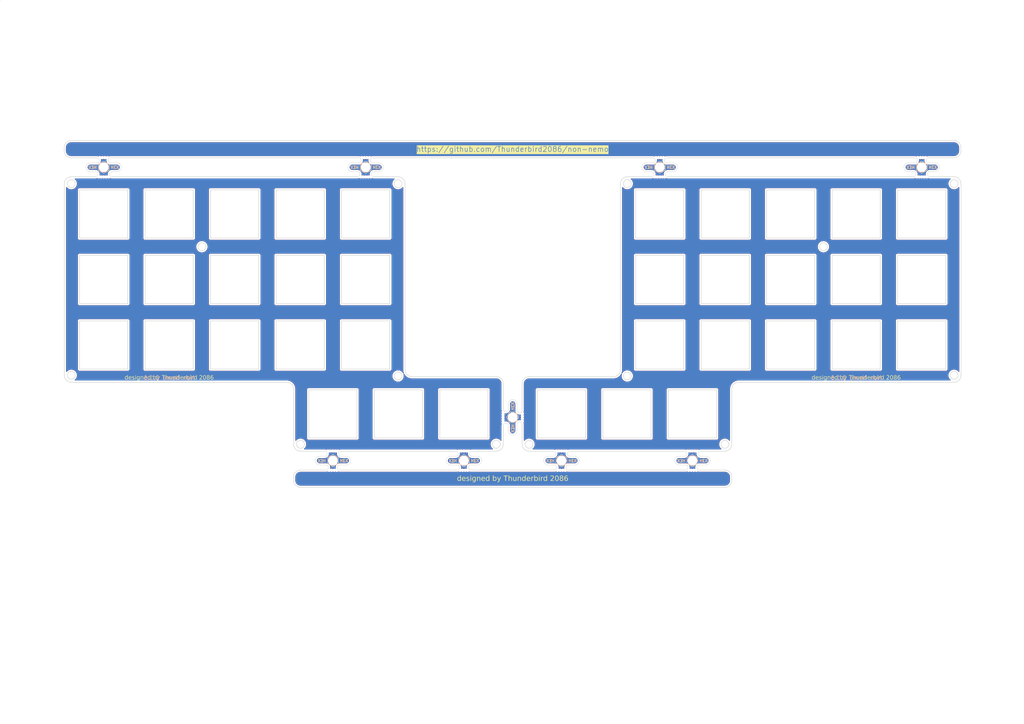
<source format=kicad_pcb>
(kicad_pcb (version 20240108) (generator "pcbnew") (generator_version "8.0")
  (title_block (title "top") (date "2025-04-05") (rev "0.1.6") (company "Allen Choi"))
  (layers (0 "F.Cu" signal) (31 "B.Cu" signal) (34 "B.Paste" user) (35 "F.Paste" user) (36 "B.SilkS" user "B.Silkscreen") (37 "F.SilkS" user "F.Silkscreen") (38 "B.Mask" user) (39 "F.Mask" user) (44 "Edge.Cuts" user))
  (net 0 "")
  (net 1 "GND")
  (footprint "mousebites_5p5mm_easysnap" (layer "F.Cu") (at 134.5 136.3 -90)
    (property "Reference" "X3" (hide yes))
    (property "Value" "5.5mm" (hide yes))
    (fp_line (start -1.5 3.9) (end -1.5 2.03) (stroke (width 0.1)) (layer "Edge.Cuts"))
    (fp_line (start -4 2.4) (end -4 3.9) (stroke (width 0.1)) (layer "Edge.Cuts"))
    (fp_line (start -1.5 -2.03) (end -1.5 -3.9) (stroke (width 0.1)) (layer "Edge.Cuts"))
    (fp_line (start -4 -3.9) (end -4 -2.4) (stroke (width 0.1)) (layer "Edge.Cuts"))
    (fp_arc (start -1.5 3.9) (mid -2.75 5.15) (end -4 3.9) (stroke (width 0.1)) (layer "Edge.Cuts"))
    (fp_arc (start -5.5 2.4) (mid -4.75 1.65) (end -4 2.4) (stroke (width 0.1)) (layer "Edge.Cuts"))
    (fp_arc (start -1.5 2.03) (mid -0.75 1.28) (end 0 2.03) (stroke (width 0.1)) (layer "Edge.Cuts"))
    (fp_arc (start 0 -2.03) (mid -0.75 -1.28) (end -1.5 -2.03) (stroke (width 0.1)) (layer "Edge.Cuts"))
    (fp_arc (start -4 -2.4) (mid -4.75 -1.65) (end -5.5 -2.4) (stroke (width 0.1)) (layer "Edge.Cuts"))
    (fp_arc (start -4 -3.9) (mid -2.75 -5.15) (end -1.5 -3.9) (stroke (width 0.1)) (layer "Edge.Cuts"))
    (fp_text user "HEX" (at -2.75 3.2 0) (layer "B.SilkS") (effects (font (size 0.8 0.8)) (justify mirror)))
    (fp_text user "HEX" (at -2.75 -3.2 180) (layer "B.SilkS") (effects (font (size 0.8 0.8)) (justify mirror)))
    (fp_text user "HEX" (at -2.75 -3.2 0) (layer "F.SilkS") (effects (font (size 0.8 0.8))))
    (fp_text user "HEX" (at -2.75 3.2 180) (layer "F.SilkS") (effects (font (size 0.8 0.8))))
    (pad "" np_thru_hole circle (at -5.55 -1.48 90) (size 0.5 0.5) (drill 0.5) (layers "F&B.Cu" "*.Mask"))
    (pad "" np_thru_hole circle (at -5.55 -0.74 90) (size 0.5 0.5) (drill 0.5) (layers "F&B.Cu" "*.Mask"))
    (pad "" np_thru_hole circle (at -5.55 0 90) (size 0.5 0.5) (drill 0.5) (layers "F&B.Cu" "*.Mask"))
    (pad "" np_thru_hole circle (at -5.55 0.74 90) (size 0.5 0.5) (drill 0.5) (layers "F&B.Cu" "*.Mask"))
    (pad "" np_thru_hole circle (at -5.55 1.48 90) (size 0.5 0.5) (drill 0.5) (layers "F&B.Cu" "*.Mask"))
    (pad "" np_thru_hole circle (at -2.75 0 90) (size 2.4 2.4) (drill 2.4) (layers "F&B.Cu" "*.Mask"))
    (pad "" np_thru_hole circle (at 0.05 -1.11 270) (size 0.5 0.5) (drill 0.5) (layers "F&B.Cu" "*.Mask"))
    (pad "" np_thru_hole circle (at 0.05 -0.37 270) (size 0.5 0.5) (drill 0.5) (layers "F&B.Cu" "*.Mask"))
    (pad "" np_thru_hole circle (at 0.05 0.37 270) (size 0.5 0.5) (drill 0.5) (layers "F&B.Cu" "*.Mask"))
    (pad "" np_thru_hole circle (at 0.05 1.11 270) (size 0.5 0.5) (drill 0.5) (layers "F&B.Cu" "*.Mask"))
  )
  (footprint "mousebites_5p5mm_easysnap" (layer "F.Cu") (at 96.5 136.3 -90)
    (property "Reference" "X2" (hide yes))
    (property "Value" "5.5mm" (hide yes))
    (fp_line (start -1.5 3.9) (end -1.5 2.03) (stroke (width 0.1)) (layer "Edge.Cuts"))
    (fp_line (start -4 2.4) (end -4 3.9) (stroke (width 0.1)) (layer "Edge.Cuts"))
    (fp_line (start -1.5 -2.03) (end -1.5 -3.9) (stroke (width 0.1)) (layer "Edge.Cuts"))
    (fp_line (start -4 -3.9) (end -4 -2.4) (stroke (width 0.1)) (layer "Edge.Cuts"))
    (fp_arc (start -1.5 3.9) (mid -2.75 5.15) (end -4 3.9) (stroke (width 0.1)) (layer "Edge.Cuts"))
    (fp_arc (start -5.5 2.4) (mid -4.75 1.65) (end -4 2.4) (stroke (width 0.1)) (layer "Edge.Cuts"))
    (fp_arc (start -1.5 2.03) (mid -0.75 1.28) (end 0 2.03) (stroke (width 0.1)) (layer "Edge.Cuts"))
    (fp_arc (start 0 -2.03) (mid -0.75 -1.28) (end -1.5 -2.03) (stroke (width 0.1)) (layer "Edge.Cuts"))
    (fp_arc (start -4 -2.4) (mid -4.75 -1.65) (end -5.5 -2.4) (stroke (width 0.1)) (layer "Edge.Cuts"))
    (fp_arc (start -4 -3.9) (mid -2.75 -5.15) (end -1.5 -3.9) (stroke (width 0.1)) (layer "Edge.Cuts"))
    (fp_text user "HEX" (at -2.75 3.2 0) (layer "B.SilkS") (effects (font (size 0.8 0.8)) (justify mirror)))
    (fp_text user "HEX" (at -2.75 -3.2 180) (layer "B.SilkS") (effects (font (size 0.8 0.8)) (justify mirror)))
    (fp_text user "HEX" (at -2.75 3.2 180) (layer "F.SilkS") (effects (font (size 0.8 0.8))))
    (fp_text user "HEX" (at -2.75 -3.2 0) (layer "F.SilkS") (effects (font (size 0.8 0.8))))
    (pad "" np_thru_hole circle (at -5.55 -1.48 90) (size 0.5 0.5) (drill 0.5) (layers "F&B.Cu" "*.Mask"))
    (pad "" np_thru_hole circle (at -5.55 -0.74 90) (size 0.5 0.5) (drill 0.5) (layers "F&B.Cu" "*.Mask"))
    (pad "" np_thru_hole circle (at -5.55 0 90) (size 0.5 0.5) (drill 0.5) (layers "F&B.Cu" "*.Mask"))
    (pad "" np_thru_hole circle (at -5.55 0.74 90) (size 0.5 0.5) (drill 0.5) (layers "F&B.Cu" "*.Mask"))
    (pad "" np_thru_hole circle (at -5.55 1.48 90) (size 0.5 0.5) (drill 0.5) (layers "F&B.Cu" "*.Mask"))
    (pad "" np_thru_hole circle (at -2.75 0 90) (size 2.4 2.4) (drill 2.4) (layers "F&B.Cu" "*.Mask"))
    (pad "" np_thru_hole circle (at 0.05 -1.11 270) (size 0.5 0.5) (drill 0.5) (layers "F&B.Cu" "*.Mask"))
    (pad "" np_thru_hole circle (at 0.05 -0.37 270) (size 0.5 0.5) (drill 0.5) (layers "F&B.Cu" "*.Mask"))
    (pad "" np_thru_hole circle (at 0.05 0.37 270) (size 0.5 0.5) (drill 0.5) (layers "F&B.Cu" "*.Mask"))
    (pad "" np_thru_hole circle (at 0.05 1.11 270) (size 0.5 0.5) (drill 0.5) (layers "F&B.Cu" "*.Mask"))
  )
  (footprint "mousebites_5p5mm_easysnap" (layer "F.Cu") (at 267.3 45.7 90)
    (property "Reference" "X8" (hide yes))
    (property "Value" "5.5mm" (hide yes))
    (fp_line (start -4 -3.9) (end -4 -2.4) (stroke (width 0.1)) (layer "Edge.Cuts"))
    (fp_line (start -1.5 -2.03) (end -1.5 -3.9) (stroke (width 0.1)) (layer "Edge.Cuts"))
    (fp_line (start -4 2.4) (end -4 3.9) (stroke (width 0.1)) (layer "Edge.Cuts"))
    (fp_line (start -1.5 3.9) (end -1.5 2.03) (stroke (width 0.1)) (layer "Edge.Cuts"))
    (fp_arc (start -4 -3.9) (mid -2.75 -5.15) (end -1.5 -3.9) (stroke (width 0.1)) (layer "Edge.Cuts"))
    (fp_arc (start -4 -2.4) (mid -4.75 -1.65) (end -5.5 -2.4) (stroke (width 0.1)) (layer "Edge.Cuts"))
    (fp_arc (start 0 -2.03) (mid -0.75 -1.28) (end -1.5 -2.03) (stroke (width 0.1)) (layer "Edge.Cuts"))
    (fp_arc (start -1.5 2.03) (mid -0.75 1.28) (end 0 2.03) (stroke (width 0.1)) (layer "Edge.Cuts"))
    (fp_arc (start -5.5 2.4) (mid -4.75 1.65) (end -4 2.4) (stroke (width 0.1)) (layer "Edge.Cuts"))
    (fp_arc (start -1.5 3.9) (mid -2.75 5.15) (end -4 3.9) (stroke (width 0.1)) (layer "Edge.Cuts"))
    (fp_text user "HEX" (at -2.75 3.2 180) (layer "B.SilkS") (effects (font (size 0.8 0.8)) (justify mirror)))
    (fp_text user "HEX" (at -2.75 -3.2 0) (layer "B.SilkS") (effects (font (size 0.8 0.8)) (justify mirror)))
    (fp_text user "HEX" (at -2.75 -3.2 180) (layer "F.SilkS") (effects (font (size 0.8 0.8))))
    (fp_text user "HEX" (at -2.75 3.2 0) (layer "F.SilkS") (effects (font (size 0.8 0.8))))
    (pad "" np_thru_hole circle (at -5.55 -1.48 270) (size 0.5 0.5) (drill 0.5) (layers "F&B.Cu" "*.Mask"))
    (pad "" np_thru_hole circle (at -5.55 -0.74 270) (size 0.5 0.5) (drill 0.5) (layers "F&B.Cu" "*.Mask"))
    (pad "" np_thru_hole circle (at -5.55 0 270) (size 0.5 0.5) (drill 0.5) (layers "F&B.Cu" "*.Mask"))
    (pad "" np_thru_hole circle (at -5.55 0.74 270) (size 0.5 0.5) (drill 0.5) (layers "F&B.Cu" "*.Mask"))
    (pad "" np_thru_hole circle (at -5.55 1.48 270) (size 0.5 0.5) (drill 0.5) (layers "F&B.Cu" "*.Mask"))
    (pad "" np_thru_hole circle (at -2.75 0 270) (size 2.4 2.4) (drill 2.4) (layers "F&B.Cu" "*.Mask"))
    (pad "" np_thru_hole circle (at 0.05 -1.11 90) (size 0.5 0.5) (drill 0.5) (layers "F&B.Cu" "*.Mask"))
    (pad "" np_thru_hole circle (at 0.05 -0.37 90) (size 0.5 0.5) (drill 0.5) (layers "F&B.Cu" "*.Mask"))
    (pad "" np_thru_hole circle (at 0.05 0.37 90) (size 0.5 0.5) (drill 0.5) (layers "F&B.Cu" "*.Mask"))
    (pad "" np_thru_hole circle (at 0.05 1.11 90) (size 0.5 0.5) (drill 0.5) (layers "F&B.Cu" "*.Mask"))
  )
  (footprint "mousebites_5p5mm_easysnap" (layer "F.Cu") (at 191.3 45.7 90)
    (property "Reference" "X9" (hide yes))
    (property "Value" "5.5mm" (hide yes))
    (fp_line (start -4 -3.9) (end -4 -2.4) (stroke (width 0.1)) (layer "Edge.Cuts"))
    (fp_line (start -1.5 -2.03) (end -1.5 -3.9) (stroke (width 0.1)) (layer "Edge.Cuts"))
    (fp_line (start -4 2.4) (end -4 3.9) (stroke (width 0.1)) (layer "Edge.Cuts"))
    (fp_line (start -1.5 3.9) (end -1.5 2.03) (stroke (width 0.1)) (layer "Edge.Cuts"))
    (fp_arc (start -4 -3.9) (mid -2.75 -5.15) (end -1.5 -3.9) (stroke (width 0.1)) (layer "Edge.Cuts"))
    (fp_arc (start -4 -2.4) (mid -4.75 -1.65) (end -5.5 -2.4) (stroke (width 0.1)) (layer "Edge.Cuts"))
    (fp_arc (start 0 -2.03) (mid -0.75 -1.28) (end -1.5 -2.03) (stroke (width 0.1)) (layer "Edge.Cuts"))
    (fp_arc (start -1.5 2.03) (mid -0.75 1.28) (end 0 2.03) (stroke (width 0.1)) (layer "Edge.Cuts"))
    (fp_arc (start -5.5 2.4) (mid -4.75 1.65) (end -4 2.4) (stroke (width 0.1)) (layer "Edge.Cuts"))
    (fp_arc (start -1.5 3.9) (mid -2.75 5.15) (end -4 3.9) (stroke (width 0.1)) (layer "Edge.Cuts"))
    (fp_text user "HEX" (at -2.75 -3.2 0) (layer "B.SilkS") (effects (font (size 0.8 0.8)) (justify mirror)))
    (fp_text user "HEX" (at -2.75 3.2 180) (layer "B.SilkS") (effects (font (size 0.8 0.8)) (justify mirror)))
    (fp_text user "HEX" (at -2.75 3.2 0) (layer "F.SilkS") (effects (font (size 0.8 0.8))))
    (fp_text user "HEX" (at -2.75 -3.2 180) (layer "F.SilkS") (effects (font (size 0.8 0.8))))
    (pad "" np_thru_hole circle (at -5.55 -1.48 270) (size 0.5 0.5) (drill 0.5) (layers "F&B.Cu" "*.Mask"))
    (pad "" np_thru_hole circle (at -5.55 -0.74 270) (size 0.5 0.5) (drill 0.5) (layers "F&B.Cu" "*.Mask"))
    (pad "" np_thru_hole circle (at -5.55 0 270) (size 0.5 0.5) (drill 0.5) (layers "F&B.Cu" "*.Mask"))
    (pad "" np_thru_hole circle (at -5.55 0.74 270) (size 0.5 0.5) (drill 0.5) (layers "F&B.Cu" "*.Mask"))
    (pad "" np_thru_hole circle (at -5.55 1.48 270) (size 0.5 0.5) (drill 0.5) (layers "F&B.Cu" "*.Mask"))
    (pad "" np_thru_hole circle (at -2.75 0 270) (size 2.4 2.4) (drill 2.4) (layers "F&B.Cu" "*.Mask"))
    (pad "" np_thru_hole circle (at 0.05 -1.11 90) (size 0.5 0.5) (drill 0.5) (layers "F&B.Cu" "*.Mask"))
    (pad "" np_thru_hole circle (at 0.05 -0.37 90) (size 0.5 0.5) (drill 0.5) (layers "F&B.Cu" "*.Mask"))
    (pad "" np_thru_hole circle (at 0.05 0.37 90) (size 0.5 0.5) (drill 0.5) (layers "F&B.Cu" "*.Mask"))
    (pad "" np_thru_hole circle (at 0.05 1.11 90) (size 0.5 0.5) (drill 0.5) (layers "F&B.Cu" "*.Mask"))
  )
  (footprint "mousebites_5p5mm_easysnap" (layer "F.Cu") (at 106 45.7 90)
    (property "Reference" "X7" (hide yes))
    (property "Value" "5.5mm" (hide yes))
    (fp_line (start -4 -3.9) (end -4 -2.4) (stroke (width 0.1)) (layer "Edge.Cuts"))
    (fp_line (start -1.5 -2.03) (end -1.5 -3.9) (stroke (width 0.1)) (layer "Edge.Cuts"))
    (fp_line (start -4 2.4) (end -4 3.9) (stroke (width 0.1)) (layer "Edge.Cuts"))
    (fp_line (start -1.5 3.9) (end -1.5 2.03) (stroke (width 0.1)) (layer "Edge.Cuts"))
    (fp_arc (start -4 -3.9) (mid -2.75 -5.15) (end -1.5 -3.9) (stroke (width 0.1)) (layer "Edge.Cuts"))
    (fp_arc (start -4 -2.4) (mid -4.75 -1.65) (end -5.5 -2.4) (stroke (width 0.1)) (layer "Edge.Cuts"))
    (fp_arc (start 0 -2.03) (mid -0.75 -1.28) (end -1.5 -2.03) (stroke (width 0.1)) (layer "Edge.Cuts"))
    (fp_arc (start -1.5 2.03) (mid -0.75 1.28) (end 0 2.03) (stroke (width 0.1)) (layer "Edge.Cuts"))
    (fp_arc (start -5.5 2.4) (mid -4.75 1.65) (end -4 2.4) (stroke (width 0.1)) (layer "Edge.Cuts"))
    (fp_arc (start -1.5 3.9) (mid -2.75 5.15) (end -4 3.9) (stroke (width 0.1)) (layer "Edge.Cuts"))
    (fp_text user "HEX" (at -2.75 3.2 180) (layer "B.SilkS") (effects (font (size 0.8 0.8)) (justify mirror)))
    (fp_text user "HEX" (at -2.75 -3.2 0) (layer "B.SilkS") (effects (font (size 0.8 0.8)) (justify mirror)))
    (fp_text user "HEX" (at -2.75 3.2 0) (layer "F.SilkS") (effects (font (size 0.8 0.8))))
    (fp_text user "HEX" (at -2.75 -3.2 180) (layer "F.SilkS") (effects (font (size 0.8 0.8))))
    (pad "" np_thru_hole circle (at -5.55 -1.48 270) (size 0.5 0.5) (drill 0.5) (layers "F&B.Cu" "*.Mask"))
    (pad "" np_thru_hole circle (at -5.55 -0.74 270) (size 0.5 0.5) (drill 0.5) (layers "F&B.Cu" "*.Mask"))
    (pad "" np_thru_hole circle (at -5.55 0 270) (size 0.5 0.5) (drill 0.5) (layers "F&B.Cu" "*.Mask"))
    (pad "" np_thru_hole circle (at -5.55 0.74 270) (size 0.5 0.5) (drill 0.5) (layers "F&B.Cu" "*.Mask"))
    (pad "" np_thru_hole circle (at -5.55 1.48 270) (size 0.5 0.5) (drill 0.5) (layers "F&B.Cu" "*.Mask"))
    (pad "" np_thru_hole circle (at -2.75 0 270) (size 2.4 2.4) (drill 2.4) (layers "F&B.Cu" "*.Mask"))
    (pad "" np_thru_hole circle (at 0.05 -1.11 90) (size 0.5 0.5) (drill 0.5) (layers "F&B.Cu" "*.Mask"))
    (pad "" np_thru_hole circle (at 0.05 -0.37 90) (size 0.5 0.5) (drill 0.5) (layers "F&B.Cu" "*.Mask"))
    (pad "" np_thru_hole circle (at 0.05 0.37 90) (size 0.5 0.5) (drill 0.5) (layers "F&B.Cu" "*.Mask"))
    (pad "" np_thru_hole circle (at 0.05 1.11 90) (size 0.5 0.5) (drill 0.5) (layers "F&B.Cu" "*.Mask"))
  )
  (footprint "mousebites_5p5mm_easysnap" (layer "F.Cu") (at 162.8 136.3 -90)
    (property "Reference" "X5" (hide yes))
    (property "Value" "5.5mm" (hide yes))
    (fp_line (start -1.5 3.9) (end -1.5 2.03) (stroke (width 0.1)) (layer "Edge.Cuts"))
    (fp_line (start -4 2.4) (end -4 3.9) (stroke (width 0.1)) (layer "Edge.Cuts"))
    (fp_line (start -1.5 -2.03) (end -1.5 -3.9) (stroke (width 0.1)) (layer "Edge.Cuts"))
    (fp_line (start -4 -3.9) (end -4 -2.4) (stroke (width 0.1)) (layer "Edge.Cuts"))
    (fp_arc (start -1.5 3.9) (mid -2.75 5.15) (end -4 3.9) (stroke (width 0.1)) (layer "Edge.Cuts"))
    (fp_arc (start -5.5 2.4) (mid -4.75 1.65) (end -4 2.4) (stroke (width 0.1)) (layer "Edge.Cuts"))
    (fp_arc (start -1.5 2.03) (mid -0.75 1.28) (end 0 2.03) (stroke (width 0.1)) (layer "Edge.Cuts"))
    (fp_arc (start 0 -2.03) (mid -0.75 -1.28) (end -1.5 -2.03) (stroke (width 0.1)) (layer "Edge.Cuts"))
    (fp_arc (start -4 -2.4) (mid -4.75 -1.65) (end -5.5 -2.4) (stroke (width 0.1)) (layer "Edge.Cuts"))
    (fp_arc (start -4 -3.9) (mid -2.75 -5.15) (end -1.5 -3.9) (stroke (width 0.1)) (layer "Edge.Cuts"))
    (fp_text user "HEX" (at -2.75 3.2 0) (layer "B.SilkS") (effects (font (size 0.8 0.8)) (justify mirror)))
    (fp_text user "HEX" (at -2.75 -3.2 180) (layer "B.SilkS") (effects (font (size 0.8 0.8)) (justify mirror)))
    (fp_text user "HEX" (at -2.75 3.2 180) (layer "F.SilkS") (effects (font (size 0.8 0.8))))
    (fp_text user "HEX" (at -2.75 -3.2 0) (layer "F.SilkS") (effects (font (size 0.8 0.8))))
    (pad "" np_thru_hole circle (at -5.55 -1.48 90) (size 0.5 0.5) (drill 0.5) (layers "F&B.Cu" "*.Mask"))
    (pad "" np_thru_hole circle (at -5.55 -0.74 90) (size 0.5 0.5) (drill 0.5) (layers "F&B.Cu" "*.Mask"))
    (pad "" np_thru_hole circle (at -5.55 0 90) (size 0.5 0.5) (drill 0.5) (layers "F&B.Cu" "*.Mask"))
    (pad "" np_thru_hole circle (at -5.55 0.74 90) (size 0.5 0.5) (drill 0.5) (layers "F&B.Cu" "*.Mask"))
    (pad "" np_thru_hole circle (at -5.55 1.48 90) (size 0.5 0.5) (drill 0.5) (layers "F&B.Cu" "*.Mask"))
    (pad "" np_thru_hole circle (at -2.75 0 90) (size 2.4 2.4) (drill 2.4) (layers "F&B.Cu" "*.Mask"))
    (pad "" np_thru_hole circle (at 0.05 -1.11 270) (size 0.5 0.5) (drill 0.5) (layers "F&B.Cu" "*.Mask"))
    (pad "" np_thru_hole circle (at 0.05 -0.37 270) (size 0.5 0.5) (drill 0.5) (layers "F&B.Cu" "*.Mask"))
    (pad "" np_thru_hole circle (at 0.05 0.37 270) (size 0.5 0.5) (drill 0.5) (layers "F&B.Cu" "*.Mask"))
    (pad "" np_thru_hole circle (at 0.05 1.11 270) (size 0.5 0.5) (drill 0.5) (layers "F&B.Cu" "*.Mask"))
  )
  (footprint "mousebites_5p5mm_easysnap" (layer "F.Cu") (at 30 45.7 90)
    (property "Reference" "X6" (hide yes))
    (property "Value" "5.5mm" (hide yes))
    (fp_line (start -4 -3.9) (end -4 -2.4) (stroke (width 0.1)) (layer "Edge.Cuts"))
    (fp_line (start -1.5 -2.03) (end -1.5 -3.9) (stroke (width 0.1)) (layer "Edge.Cuts"))
    (fp_line (start -4 2.4) (end -4 3.9) (stroke (width 0.1)) (layer "Edge.Cuts"))
    (fp_line (start -1.5 3.9) (end -1.5 2.03) (stroke (width 0.1)) (layer "Edge.Cuts"))
    (fp_arc (start -4 -3.9) (mid -2.75 -5.15) (end -1.5 -3.9) (stroke (width 0.1)) (layer "Edge.Cuts"))
    (fp_arc (start -4 -2.4) (mid -4.75 -1.65) (end -5.5 -2.4) (stroke (width 0.1)) (layer "Edge.Cuts"))
    (fp_arc (start 0 -2.03) (mid -0.75 -1.28) (end -1.5 -2.03) (stroke (width 0.1)) (layer "Edge.Cuts"))
    (fp_arc (start -1.5 2.03) (mid -0.75 1.28) (end 0 2.03) (stroke (width 0.1)) (layer "Edge.Cuts"))
    (fp_arc (start -5.5 2.4) (mid -4.75 1.65) (end -4 2.4) (stroke (width 0.1)) (layer "Edge.Cuts"))
    (fp_arc (start -1.5 3.9) (mid -2.75 5.15) (end -4 3.9) (stroke (width 0.1)) (layer "Edge.Cuts"))
    (fp_text user "HEX" (at -2.75 -3.2 0) (layer "B.SilkS") (effects (font (size 0.8 0.8)) (justify mirror)))
    (fp_text user "HEX" (at -2.75 3.2 180) (layer "B.SilkS") (effects (font (size 0.8 0.8)) (justify mirror)))
    (fp_text user "HEX" (at -2.75 3.2 0) (layer "F.SilkS") (effects (font (size 0.8 0.8))))
    (fp_text user "HEX" (at -2.75 -3.2 180) (layer "F.SilkS") (effects (font (size 0.8 0.8))))
    (pad "" np_thru_hole circle (at -5.55 -1.48 270) (size 0.5 0.5) (drill 0.5) (layers "F&B.Cu" "*.Mask"))
    (pad "" np_thru_hole circle (at -5.55 -0.74 270) (size 0.5 0.5) (drill 0.5) (layers "F&B.Cu" "*.Mask"))
    (pad "" np_thru_hole circle (at -5.55 0 270) (size 0.5 0.5) (drill 0.5) (layers "F&B.Cu" "*.Mask"))
    (pad "" np_thru_hole circle (at -5.55 0.74 270) (size 0.5 0.5) (drill 0.5) (layers "F&B.Cu" "*.Mask"))
    (pad "" np_thru_hole circle (at -5.55 1.48 270) (size 0.5 0.5) (drill 0.5) (layers "F&B.Cu" "*.Mask"))
    (pad "" np_thru_hole circle (at -2.75 0 270) (size 2.4 2.4) (drill 2.4) (layers "F&B.Cu" "*.Mask"))
    (pad "" np_thru_hole circle (at 0.05 -1.11 90) (size 0.5 0.5) (drill 0.5) (layers "F&B.Cu" "*.Mask"))
    (pad "" np_thru_hole circle (at 0.05 -0.37 90) (size 0.5 0.5) (drill 0.5) (layers "F&B.Cu" "*.Mask"))
    (pad "" np_thru_hole circle (at 0.05 0.37 90) (size 0.5 0.5) (drill 0.5) (layers "F&B.Cu" "*.Mask"))
    (pad "" np_thru_hole circle (at 0.05 1.11 90) (size 0.5 0.5) (drill 0.5) (layers "F&B.Cu" "*.Mask"))
  )
  (footprint "mousebites_5p5mm_easysnap" (layer "F.Cu") (at 200.8 136.3 -90)
    (property "Reference" "X4" (hide yes))
    (property "Value" "5.5mm" (hide yes))
    (fp_line (start -1.5 3.9) (end -1.5 2.03) (stroke (width 0.1)) (layer "Edge.Cuts"))
    (fp_line (start -4 2.4) (end -4 3.9) (stroke (width 0.1)) (layer "Edge.Cuts"))
    (fp_line (start -1.5 -2.03) (end -1.5 -3.9) (stroke (width 0.1)) (layer "Edge.Cuts"))
    (fp_line (start -4 -3.9) (end -4 -2.4) (stroke (width 0.1)) (layer "Edge.Cuts"))
    (fp_arc (start -1.5 3.9) (mid -2.75 5.15) (end -4 3.9) (stroke (width 0.1)) (layer "Edge.Cuts"))
    (fp_arc (start -5.5 2.4) (mid -4.75 1.65) (end -4 2.4) (stroke (width 0.1)) (layer "Edge.Cuts"))
    (fp_arc (start -1.5 2.03) (mid -0.75 1.28) (end 0 2.03) (stroke (width 0.1)) (layer "Edge.Cuts"))
    (fp_arc (start 0 -2.03) (mid -0.75 -1.28) (end -1.5 -2.03) (stroke (width 0.1)) (layer "Edge.Cuts"))
    (fp_arc (start -4 -2.4) (mid -4.75 -1.65) (end -5.5 -2.4) (stroke (width 0.1)) (layer "Edge.Cuts"))
    (fp_arc (start -4 -3.9) (mid -2.75 -5.15) (end -1.5 -3.9) (stroke (width 0.1)) (layer "Edge.Cuts"))
    (fp_text user "HEX" (at -2.75 -3.2 180) (layer "B.SilkS") (effects (font (size 0.8 0.8)) (justify mirror)))
    (fp_text user "HEX" (at -2.75 3.2 0) (layer "B.SilkS") (effects (font (size 0.8 0.8)) (justify mirror)))
    (fp_text user "HEX" (at -2.75 3.2 180) (layer "F.SilkS") (effects (font (size 0.8 0.8))))
    (fp_text user "HEX" (at -2.75 -3.2 0) (layer "F.SilkS") (effects (font (size 0.8 0.8))))
    (pad "" np_thru_hole circle (at -5.55 -1.48 90) (size 0.5 0.5) (drill 0.5) (layers "F&B.Cu" "*.Mask"))
    (pad "" np_thru_hole circle (at -5.55 -0.74 90) (size 0.5 0.5) (drill 0.5) (layers "F&B.Cu" "*.Mask"))
    (pad "" np_thru_hole circle (at -5.55 0 90) (size 0.5 0.5) (drill 0.5) (layers "F&B.Cu" "*.Mask"))
    (pad "" np_thru_hole circle (at -5.55 0.74 90) (size 0.5 0.5) (drill 0.5) (layers "F&B.Cu" "*.Mask"))
    (pad "" np_thru_hole circle (at -5.55 1.48 90) (size 0.5 0.5) (drill 0.5) (layers "F&B.Cu" "*.Mask"))
    (pad "" np_thru_hole circle (at -2.75 0 90) (size 2.4 2.4) (drill 2.4) (layers "F&B.Cu" "*.Mask"))
    (pad "" np_thru_hole circle (at 0.05 -1.11 270) (size 0.5 0.5) (drill 0.5) (layers "F&B.Cu" "*.Mask"))
    (pad "" np_thru_hole circle (at 0.05 -0.37 270) (size 0.5 0.5) (drill 0.5) (layers "F&B.Cu" "*.Mask"))
    (pad "" np_thru_hole circle (at 0.05 0.37 270) (size 0.5 0.5) (drill 0.5) (layers "F&B.Cu" "*.Mask"))
    (pad "" np_thru_hole circle (at 0.05 1.11 270) (size 0.5 0.5) (drill 0.5) (layers "F&B.Cu" "*.Mask"))
  )
  (footprint "mousebites_5p5mm_easysnap" (layer "F.Cu") (at 151.4 121)
    (property "Reference" "X1" (hide yes))
    (property "Value" "5.5mm" (hide yes))
    (fp_line (start -4 -3.9) (end -4 -2.4) (stroke (width 0.1)) (layer "Edge.Cuts"))
    (fp_line (start -4 2.4) (end -4 3.9) (stroke (width 0.1)) (layer "Edge.Cuts"))
    (fp_line (start -1.5 -2.03) (end -1.5 -3.9) (stroke (width 0.1)) (layer "Edge.Cuts"))
    (fp_line (start -1.5 3.9) (end -1.5 2.03) (stroke (width 0.1)) (layer "Edge.Cuts"))
    (fp_arc (start -5.5 2.4) (mid -4.75 1.65) (end -4 2.4) (stroke (width 0.1)) (layer "Edge.Cuts"))
    (fp_arc (start -4 -3.9) (mid -2.75 -5.15) (end -1.5 -3.9) (stroke (width 0.1)) (layer "Edge.Cuts"))
    (fp_arc (start -4 -2.4) (mid -4.75 -1.65) (end -5.5 -2.4) (stroke (width 0.1)) (layer "Edge.Cuts"))
    (fp_arc (start -1.5 2.03) (mid -0.75 1.28) (end 0 2.03) (stroke (width 0.1)) (layer "Edge.Cuts"))
    (fp_arc (start -1.5 3.9) (mid -2.75 5.15) (end -4 3.9) (stroke (width 0.1)) (layer "Edge.Cuts"))
    (fp_arc (start 0 -2.03) (mid -0.75 -1.28) (end -1.5 -2.03) (stroke (width 0.1)) (layer "Edge.Cuts"))
    (fp_text user "HEX" (at -2.75 -3.2 -90) (layer "B.SilkS") (effects (font (size 0.8 0.8)) (justify mirror)))
    (fp_text user "HEX" (at -2.75 3.2 90) (layer "B.SilkS") (effects (font (size 0.8 0.8)) (justify mirror)))
    (fp_text user "HEX" (at -2.75 -3.2 90) (layer "F.SilkS") (effects (font (size 0.8 0.8))))
    (fp_text user "HEX" (at -2.75 3.2 -90) (layer "F.SilkS") (effects (font (size 0.8 0.8))))
    (pad "" np_thru_hole circle (at -5.55 -1.48 180) (size 0.5 0.5) (drill 0.5) (layers "F&B.Cu" "*.Mask"))
    (pad "" np_thru_hole circle (at -5.55 -0.74 180) (size 0.5 0.5) (drill 0.5) (layers "F&B.Cu" "*.Mask"))
    (pad "" np_thru_hole circle (at -5.55 0 180) (size 0.5 0.5) (drill 0.5) (layers "F&B.Cu" "*.Mask"))
    (pad "" np_thru_hole circle (at -5.55 0.74 180) (size 0.5 0.5) (drill 0.5) (layers "F&B.Cu" "*.Mask"))
    (pad "" np_thru_hole circle (at -5.55 1.48 180) (size 0.5 0.5) (drill 0.5) (layers "F&B.Cu" "*.Mask"))
    (pad "" np_thru_hole circle (at -2.75 0 180) (size 2.4 2.4) (drill 2.4) (layers "F&B.Cu" "*.Mask"))
    (pad "" np_thru_hole circle (at 0.05 -1.11) (size 0.5 0.5) (drill 0.5) (layers "F&B.Cu" "*.Mask"))
    (pad "" np_thru_hole circle (at 0.05 -0.37) (size 0.5 0.5) (drill 0.5) (layers "F&B.Cu" "*.Mask"))
    (pad "" np_thru_hole circle (at 0.05 0.37) (size 0.5 0.5) (drill 0.5) (layers "F&B.Cu" "*.Mask"))
    (pad "" np_thru_hole circle (at 0.05 1.11) (size 0.5 0.5) (drill 0.5) (layers "F&B.Cu" "*.Mask"))
  )
  (gr_line (start 241.3 69) (end 255.3 69) (stroke (width 0.15)) (layer "Edge.Cuts"))
  (gr_line (start 85.1 112.8) (end 85.1 128.8) (stroke (width 0.15)) (layer "Edge.Cuts"))
  (gr_line (start 198.3 55) (end 184.3 55) (stroke (width 0.15)) (layer "Edge.Cuts"))
  (gr_line (start 80 93) (end 80 107) (stroke (width 0.15)) (layer "Edge.Cuts"))
  (gr_line (start 193.8 127) (end 207.8 127) (stroke (width 0.15)) (layer "Edge.Cuts"))
  (gr_line (start 56 107) (end 56 93) (stroke (width 0.15)) (layer "Edge.Cuts"))
  (gr_line (start 20.6 51.2) (end 27.6 51.2) (stroke (width 0.15)) (layer "Edge.Cuts"))
  (gr_line (start 61 107) (end 75 107) (stroke (width 0.15)) (layer "Edge.Cuts"))
  (gr_line (start 274.3 88) (end 274.3 74) (stroke (width 0.15)) (layer "Edge.Cuts"))
  (gr_line (start 80 69) (end 94 69) (stroke (width 0.15)) (layer "Edge.Cuts"))
  (gr_line (start 241.3 107) (end 255.3 107) (stroke (width 0.15)) (layer "Edge.Cuts"))
  (gr_line (start 122.5 113) (end 108.5 113) (stroke (width 0.15)) (layer "Edge.Cuts"))
  (gr_line (start 212.2 128.8) (end 212.2 112.8) (stroke (width 0.15)) (layer "Edge.Cuts"))
  (gr_line (start 236.3 93) (end 222.3 93) (stroke (width 0.15)) (layer "Edge.Cuts"))
  (gr_line (start 217.3 69) (end 217.3 55) (stroke (width 0.15)) (layer "Edge.Cuts"))
  (gr_arc (start 115.4 51.2) (mid 116.814214 51.785786) (end 117.4 53.2) (stroke (width 0.15)) (layer "Edge.Cuts"))
  (gr_line (start 255.3 69) (end 255.3 55) (stroke (width 0.15)) (layer "Edge.Cuts"))
  (gr_line (start 260.3 55) (end 260.3 69) (stroke (width 0.15)) (layer "Edge.Cuts"))
  (gr_line (start 203.3 74) (end 203.3 88) (stroke (width 0.15)) (layer "Edge.Cuts"))
  (gr_line (start 75 69) (end 75 55) (stroke (width 0.15)) (layer "Edge.Cuts"))
  (gr_line (start 99 93) (end 99 107) (stroke (width 0.15)) (layer "Edge.Cuts"))
  (gr_arc (start 212.2 128.8) (mid 211.614214 130.214214) (end 210.2 130.8) (stroke (width 0.15)) (layer "Edge.Cuts"))
  (gr_line (start 99 88) (end 113 88) (stroke (width 0.15)) (layer "Edge.Cuts"))
  (gr_circle (center 115.4 109) (end 116.55 109) (stroke (width 0.15)) (fill none) (layer "Edge.Cuts"))
  (gr_line (start 217.3 55) (end 203.3 55) (stroke (width 0.15)) (layer "Edge.Cuts"))
  (gr_line (start 75 107) (end 75 93) (stroke (width 0.15)) (layer "Edge.Cuts"))
  (gr_circle (center 153.4 128.8) (end 154.55 128.8) (stroke (width 0.15)) (fill none) (layer "Edge.Cuts"))
  (gr_line (start 61 69) (end 75 69) (stroke (width 0.15)) (layer "Edge.Cuts"))
  (gr_line (start 89.5 113) (end 89.5 127) (stroke (width 0.15)) (layer "Edge.Cuts"))
  (gr_line (start 37 74) (end 23 74) (stroke (width 0.15)) (layer "Edge.Cuts"))
  (gr_line (start 37 107) (end 37 93) (stroke (width 0.15)) (layer "Edge.Cuts"))
  (gr_line (start 274.3 107) (end 274.3 93) (stroke (width 0.15)) (layer "Edge.Cuts"))
  (gr_line (start 207.8 113) (end 193.8 113) (stroke (width 0.15)) (layer "Edge.Cuts"))
  (gr_line (start 23 69) (end 37 69) (stroke (width 0.15)) (layer "Edge.Cuts"))
  (gr_line (start 214.2 110.8) (end 276.7 110.8) (stroke (width 0.15)) (layer "Edge.Cuts"))
  (gr_line (start 20.6 110.8) (end 83.1 110.8) (stroke (width 0.15)) (layer "Edge.Cuts"))
  (gr_circle (center 87.1 128.8) (end 88.25 128.8) (stroke (width 0.15)) (fill none) (layer "Edge.Cuts"))
  (gr_line (start 274.3 55) (end 260.3 55) (stroke (width 0.15)) (layer "Edge.Cuts"))
  (gr_line (start 37 88) (end 37 74) (stroke (width 0.15)) (layer "Edge.Cuts"))
  (gr_line (start 278.7 108.8) (end 278.7 53.2) (stroke (width 0.15)) (layer "Edge.Cuts"))
  (gr_line (start 32.03 45.7) (end 103.97 45.7) (stroke (width 0.15)) (layer "Edge.Cuts"))
  (gr_arc (start 179.9 53.2) (mid 180.485786 51.785786) (end 181.9 51.2) (stroke (width 0.15)) (layer "Edge.Cuts"))
  (gr_line (start 56 69) (end 56 55) (stroke (width 0.15)) (layer "Edge.Cuts"))
  (gr_line (start 80 88) (end 94 88) (stroke (width 0.15)) (layer "Edge.Cuts"))
  (gr_line (start 236.3 107) (end 236.3 93) (stroke (width 0.15)) (layer "Edge.Cuts"))
  (gr_line (start 255.3 93) (end 241.3 93) (stroke (width 0.15)) (layer "Edge.Cuts"))
  (gr_line (start 37 93) (end 23 93) (stroke (width 0.15)) (layer "Edge.Cuts"))
  (gr_line (start 113 74) (end 99 74) (stroke (width 0.15)) (layer "Edge.Cuts"))
  (gr_line (start 222.3 93) (end 222.3 107) (stroke (width 0.15)) (layer "Edge.Cuts"))
  (gr_line (start 153.4 130.8) (end 160.4 130.8) (stroke (width 0.15)) (layer "Edge.Cuts"))
  (gr_line (start 99 107) (end 113 107) (stroke (width 0.15)) (layer "Edge.Cuts"))
  (gr_circle (center 143.9 128.8) (end 145.05 128.8) (stroke (width 0.15)) (fill none) (layer "Edge.Cuts"))
  (gr_line (start 198.3 74) (end 184.3 74) (stroke (width 0.15)) (layer "Edge.Cuts"))
  (gr_line (start 236.3 88) (end 236.3 74) (stroke (width 0.15)) (layer "Edge.Cuts"))
  (gr_line (start 236.3 69) (end 236.3 55) (stroke (width 0.15)) (layer "Edge.Cuts"))
  (gr_line (start 236.3 55) (end 222.3 55) (stroke (width 0.15)) (layer "Edge.Cuts"))
  (gr_line (start 23 88) (end 37 88) (stroke (width 0.15)) (layer "Edge.Cuts"))
  (gr_line (start 99 74) (end 99 88) (stroke (width 0.15)) (layer "Edge.Cuts"))
  (gr_line (start 18.55 42.7) (end 18.55 43.7) (stroke (width 0.15)) (layer "Edge.Cuts"))
  (gr_circle (center 276.7 53.2) (end 277.85 53.2) (stroke (width 0.15)) (fill none) (layer "Edge.Cuts"))
  (gr_line (start 241.3 93) (end 241.3 107) (stroke (width 0.15)) (layer "Edge.Cuts"))
  (gr_line (start 269.33 45.7) (end 276.65 45.7) (stroke (width 0.15)) (layer "Edge.Cuts"))
  (gr_line (start 75 88) (end 75 74) (stroke (width 0.15)) (layer "Edge.Cuts"))
  (gr_line (start 255.3 55) (end 241.3 55) (stroke (width 0.15)) (layer "Edge.Cuts"))
  (gr_line (start 203.3 93) (end 203.3 107) (stroke (width 0.15)) (layer "Edge.Cuts"))
  (gr_line (start 241.3 55) (end 241.3 69) (stroke (width 0.15)) (layer "Edge.Cuts"))
  (gr_line (start 89.5 127) (end 103.5 127) (stroke (width 0.15)) (layer "Edge.Cuts"))
  (gr_line (start 151.4 111.2) (end 151.4 118.97) (stroke (width 0.15)) (layer "Edge.Cuts"))
  (gr_line (start 278.65 43.7) (end 278.65 42.7) (stroke (width 0.15)) (layer "Edge.Cuts"))
  (gr_arc (start 210.2 136.3) (mid 211.614214 136.885786) (end 212.2 138.3) (stroke (width 0.15)) (layer "Edge.Cuts"))
  (gr_arc (start 20.55 45.7) (mid 19.135786 45.114214) (end 18.55 43.7) (stroke (width 0.15)) (layer "Edge.Cuts"))
  (gr_circle (center 115.4 53.2) (end 116.55 53.2) (stroke (width 0.15)) (fill none) (layer "Edge.Cuts"))
  (gr_arc (start 278.65 43.7) (mid 278.064214 45.114214) (end 276.65 45.7) (stroke (width 0.15)) (layer "Edge.Cuts"))
  (gr_arc (start 212.2 112.8) (mid 212.785786 111.385786) (end 214.2 110.8) (stroke (width 0.15)) (layer "Edge.Cuts"))
  (gr_line (start 113 93) (end 99 93) (stroke (width 0.15)) (layer "Edge.Cuts"))
  (gr_line (start 108.4 51.2) (end 115.4 51.2) (stroke (width 0.15)) (layer "Edge.Cuts"))
  (gr_line (start 188.8 127) (end 188.8 113) (stroke (width 0.15)) (layer "Edge.Cuts"))
  (gr_line (start 179.9 107.2) (end 179.9 53.2) (stroke (width 0.15)) (layer "Edge.Cuts"))
  (gr_line (start 274.3 69) (end 274.3 55) (stroke (width 0.15)) (layer "Edge.Cuts"))
  (gr_arc (start 179.9 107.2) (mid 179.314214 108.614214) (end 177.9 109.2) (stroke (width 0.15)) (layer "Edge.Cuts"))
  (gr_line (start 94.47 136.3) (end 87.1 136.3) (stroke (width 0.15)) (layer "Edge.Cuts"))
  (gr_line (start 37 69) (end 37 55) (stroke (width 0.15)) (layer "Edge.Cuts"))
  (gr_line (start 0 0) (end 0 0) (stroke (width 0.15)) (layer "Edge.Cuts"))
  (gr_line (start 145.9 128.8) (end 145.9 123.4) (stroke (width 0.15)) (layer "Edge.Cuts"))
  (gr_arc (start 119.4 109.2) (mid 117.985786 108.614214) (end 117.4 107.2) (stroke (width 0.15)) (layer "Edge.Cuts"))
  (gr_line (start 99 69) (end 113 69) (stroke (width 0.15)) (layer "Edge.Cuts"))
  (gr_arc (start 83.1 110.8) (mid 84.514214 111.385786) (end 85.1 112.8) (stroke (width 0.15)) (layer "Edge.Cuts"))
  (gr_line (start 0 0) (end 0 0) (stroke (width 0.15)) (layer "Edge.Cuts"))
  (gr_line (start 94 74) (end 80 74) (stroke (width 0.15)) (layer "Edge.Cuts"))
  (gr_line (start 122.5 127) (end 122.5 113) (stroke (width 0.15)) (layer "Edge.Cuts"))
  (gr_line (start 113 88) (end 113 74) (stroke (width 0.15)) (layer "Edge.Cuts"))
  (gr_line (start 217.3 107) (end 217.3 93) (stroke (width 0.15)) (layer "Edge.Cuts"))
  (gr_line (start 117.4 107.2) (end 117.4 53.2) (stroke (width 0.15)) (layer "Edge.Cuts"))
  (gr_line (start 274.3 93) (end 260.3 93) (stroke (width 0.15)) (layer "Edge.Cuts"))
  (gr_arc (start 20.6 110.8) (mid 19.185786 110.214214) (end 18.6 108.8) (stroke (width 0.15)) (layer "Edge.Cuts"))
  (gr_arc (start 145.9 128.8) (mid 145.314214 130.214214) (end 143.9 130.8) (stroke (width 0.15)) (layer "Edge.Cuts"))
  (gr_line (start 212.2 139.3) (end 212.2 138.3) (stroke (width 0.15)) (layer "Edge.Cuts"))
  (gr_line (start 255.3 107) (end 255.3 93) (stroke (width 0.15)) (layer "Edge.Cuts"))
  (gr_arc (start 153.4 130.8) (mid 151.985786 130.214214) (end 151.4 128.8) (stroke (width 0.15)) (layer "Edge.Cuts"))
  (gr_circle (center 276.7 108.8) (end 277.85 108.8) (stroke (width 0.15)) (fill none) (layer "Edge.Cuts"))
  (gr_line (start 222.3 74) (end 222.3 88) (stroke (width 0.15)) (layer "Edge.Cuts"))
  (gr_line (start 61 93) (end 61 107) (stroke (width 0.15)) (layer "Edge.Cuts"))
  (gr_line (start 222.3 55) (end 222.3 69) (stroke (width 0.15)) (layer "Edge.Cuts"))
  (gr_line (start 37 55) (end 23 55) (stroke (width 0.15)) (layer "Edge.Cuts"))
  (gr_line (start 203.3 55) (end 203.3 69) (stroke (width 0.15)) (layer "Edge.Cuts"))
  (gr_line (start 222.3 107) (end 236.3 107) (stroke (width 0.15)) (layer "Edge.Cuts"))
  (gr_line (start 61 55) (end 61 69) (stroke (width 0.15)) (layer "Edge.Cuts"))
  (gr_line (start 260.3 93) (end 260.3 107) (stroke (width 0.15)) (layer "Edge.Cuts"))
  (gr_line (start 274.3 74) (end 260.3 74) (stroke (width 0.15)) (layer "Edge.Cuts"))
  (gr_line (start 23 93) (end 23 107) (stroke (width 0.15)) (layer "Edge.Cuts"))
  (gr_arc (start 276.7 51.2) (mid 278.114214 51.785786) (end 278.7 53.2) (stroke (width 0.15)) (layer "Edge.Cuts"))
  (gr_line (start 42 55) (end 42 69) (stroke (width 0.15)) (layer "Edge.Cuts"))
  (gr_line (start 56 88) (end 56 74) (stroke (width 0.15)) (layer "Edge.Cuts"))
  (gr_line (start 23 74) (end 23 88) (stroke (width 0.15)) (layer "Edge.Cuts"))
  (gr_line (start 75 55) (end 61 55) (stroke (width 0.15)) (layer "Edge.Cuts"))
  (gr_line (start 217.3 88) (end 217.3 74) (stroke (width 0.15)) (layer "Edge.Cuts"))
  (gr_line (start 85.1 138.3) (end 85.1 139.3) (stroke (width 0.15)) (layer "Edge.Cuts"))
  (gr_line (start 151.4 128.8) (end 151.4 123.03) (stroke (width 0.15)) (layer "Edge.Cuts"))
  (gr_line (start 184.3 107) (end 198.3 107) (stroke (width 0.15)) (layer "Edge.Cuts"))
  (gr_line (start 174.8 127) (end 188.8 127) (stroke (width 0.15)) (layer "Edge.Cuts"))
  (gr_line (start 184.3 88) (end 198.3 88) (stroke (width 0.15)) (layer "Edge.Cuts"))
  (gr_line (start 241.3 88) (end 255.3 88) (stroke (width 0.15)) (layer "Edge.Cuts"))
  (gr_line (start 87.1 141.3) (end 210.2 141.3) (stroke (width 0.15)) (layer "Edge.Cuts"))
  (gr_line (start 165.2 130.8) (end 198.4 130.8) (stroke (width 0.15)) (layer "Edge.Cuts"))
  (gr_line (start 198.3 69) (end 198.3 55) (stroke (width 0.15)) (layer "Edge.Cuts"))
  (gr_circle (center 58.5 71.5) (end 59.65 71.5) (stroke (width 0.15)) (fill none) (layer "Edge.Cuts"))
  (gr_arc (start 212.2 139.3) (mid 211.614214 140.714214) (end 210.2 141.3) (stroke (width 0.15)) (layer "Edge.Cuts"))
  (gr_line (start 42 88) (end 56 88) (stroke (width 0.15)) (layer "Edge.Cuts"))
  (gr_circle (center 181.9 109) (end 183.05 109) (stroke (width 0.15)) (fill none) (layer "Edge.Cuts"))
  (gr_line (start 23 107) (end 37 107) (stroke (width 0.15)) (layer "Edge.Cuts"))
  (gr_circle (center 210.2 128.8) (end 211.35 128.8) (stroke (width 0.15)) (fill none) (layer "Edge.Cuts"))
  (gr_line (start 108.5 127) (end 122.5 127) (stroke (width 0.15)) (layer "Edge.Cuts"))
  (gr_line (start 153.4 109.2) (end 177.9 109.2) (stroke (width 0.15)) (layer "Edge.Cuts"))
  (gr_line (start 174.8 113) (end 174.8 127) (stroke (width 0.15)) (layer "Edge.Cuts"))
  (gr_line (start 56 93) (end 42 93) (stroke (width 0.15)) (layer "Edge.Cuts"))
  (gr_line (start 236.3 74) (end 222.3 74) (stroke (width 0.15)) (layer "Edge.Cuts"))
  (gr_line (start 276.7 51.2) (end 269.7 51.2) (stroke (width 0.15)) (layer "Edge.Cuts"))
  (gr_line (start 94 55) (end 80 55) (stroke (width 0.15)) (layer "Edge.Cuts"))
  (gr_line (start 94 107) (end 94 93) (stroke (width 0.15)) (layer "Edge.Cuts"))
  (gr_line (start 169.8 127) (end 169.8 113) (stroke (width 0.15)) (layer "Edge.Cuts"))
  (gr_line (start 207.8 127) (end 207.8 113) (stroke (width 0.15)) (layer "Edge.Cuts"))
  (gr_line (start 210.2 136.3) (end 202.83 136.3) (stroke (width 0.15)) (layer "Edge.Cuts"))
  (gr_line (start 145.9 118.6) (end 145.9 111.2) (stroke (width 0.15)) (layer "Edge.Cuts"))
  (gr_arc (start 278.7 108.8) (mid 278.114214 110.214214) (end 276.7 110.8) (stroke (width 0.15)) (layer "Edge.Cuts"))
  (gr_line (start 217.3 93) (end 203.3 93) (stroke (width 0.15)) (layer "Edge.Cuts"))
  (gr_line (start 184.3 69) (end 198.3 69) (stroke (width 0.15)) (layer "Edge.Cuts"))
  (gr_line (start 80 55) (end 80 69) (stroke (width 0.15)) (layer "Edge.Cuts"))
  (gr_line (start 103.5 127) (end 103.5 113) (stroke (width 0.15)) (layer "Edge.Cuts"))
  (gr_line (start 160.77 136.3) (end 136.53 136.3) (stroke (width 0.15)) (layer "Edge.Cuts"))
  (gr_line (start 56 55) (end 42 55) (stroke (width 0.15)) (layer "Edge.Cuts"))
  (gr_line (start 113 69) (end 113 55) (stroke (width 0.15)) (layer "Edge.Cuts"))
  (gr_line (start 87.1 130.8) (end 94.1 130.8) (stroke (width 0.15)) (layer "Edge.Cuts"))
  (gr_line (start 103.5 113) (end 89.5 113) (stroke (width 0.15)) (layer "Edge.Cuts"))
  (gr_line (start 0 0) (end 0 0) (stroke (width 0.15)) (layer "Edge.Cuts"))
  (gr_line (start 188.8 113) (end 174.8 113) (stroke (width 0.15)) (layer "Edge.Cuts"))
  (gr_line (start 61 74) (end 61 88) (stroke (width 0.15)) (layer "Edge.Cuts"))
  (gr_arc (start 151.4 111.2) (mid 151.985786 109.785786) (end 153.4 109.2) (stroke (width 0.15)) (layer "Edge.Cuts"))
  (gr_line (start 136.9 130.8) (end 143.9 130.8) (stroke (width 0.15)) (layer "Edge.Cuts"))
  (gr_circle (center 181.9 53.2) (end 183.05 53.2) (stroke (width 0.15)) (fill none) (layer "Edge.Cuts"))
  (gr_arc (start 18.6 53.2) (mid 19.185786 51.785786) (end 20.6 51.2) (stroke (width 0.15)) (layer "Edge.Cuts"))
  (gr_line (start 255.3 88) (end 255.3 74) (stroke (width 0.15)) (layer "Edge.Cuts"))
  (gr_line (start 127.5 127) (end 141.5 127) (stroke (width 0.15)) (layer "Edge.Cuts"))
  (gr_line (start 169.8 113) (end 155.8 113) (stroke (width 0.15)) (layer "Edge.Cuts"))
  (gr_arc (start 276.65 40.7) (mid 278.064214 41.285786) (end 278.65 42.7) (stroke (width 0.15)) (layer "Edge.Cuts"))
  (gr_line (start 193.33 45.7) (end 265.27 45.7) (stroke (width 0.15)) (layer "Edge.Cuts"))
  (gr_line (start 20.55 45.7) (end 27.97 45.7) (stroke (width 0.15)) (layer "Edge.Cuts"))
  (gr_line (start 184.3 55) (end 184.3 69) (stroke (width 0.15)) (layer "Edge.Cuts"))
  (gr_line (start 203.3 69) (end 217.3 69) (stroke (width 0.15)) (layer "Edge.Cuts"))
  (gr_line (start 94 88) (end 94 74) (stroke (width 0.15)) (layer "Edge.Cuts"))
  (gr_line (start 23 55) (end 23 69) (stroke (width 0.15)) (layer "Edge.Cuts"))
  (gr_line (start 108.03 45.7) (end 189.27 45.7) (stroke (width 0.15)) (layer "Edge.Cuts"))
  (gr_line (start 276.65 40.7) (end 20.55 40.7) (stroke (width 0.15)) (layer "Edge.Cuts"))
  (gr_arc (start 85.1 138.3) (mid 85.685786 136.885786) (end 87.1 136.3) (stroke (width 0.15)) (layer "Edge.Cuts"))
  (gr_circle (center 20.6 108.8) (end 21.75 108.8) (stroke (width 0.15)) (fill none) (layer "Edge.Cuts"))
  (gr_line (start 222.3 88) (end 236.3 88) (stroke (width 0.15)) (layer "Edge.Cuts"))
  (gr_line (start 42 93) (end 42 107) (stroke (width 0.15)) (layer "Edge.Cuts"))
  (gr_arc (start 18.55 42.7) (mid 19.135786 41.285786) (end 20.55 40.7) (stroke (width 0.15)) (layer "Edge.Cuts"))
  (gr_line (start 155.8 113) (end 155.8 127) (stroke (width 0.15)) (layer "Edge.Cuts"))
  (gr_line (start 42 69) (end 56 69) (stroke (width 0.15)) (layer "Edge.Cuts"))
  (gr_line (start 42 74) (end 42 88) (stroke (width 0.15)) (layer "Edge.Cuts"))
  (gr_line (start 113 55) (end 99 55) (stroke (width 0.15)) (layer "Edge.Cuts"))
  (gr_line (start 141.5 113) (end 127.5 113) (stroke (width 0.15)) (layer "Edge.Cuts"))
  (gr_line (start 32.4 51.2) (end 103.6 51.2) (stroke (width 0.15)) (layer "Edge.Cuts"))
  (gr_line (start 198.3 93) (end 184.3 93) (stroke (width 0.15)) (layer "Edge.Cuts"))
  (gr_circle (center 20.6 53.2) (end 21.75 53.2) (stroke (width 0.15)) (fill none) (layer "Edge.Cuts"))
  (gr_line (start 203.3 107) (end 217.3 107) (stroke (width 0.15)) (layer "Edge.Cuts"))
  (gr_line (start 99 55) (end 99 69) (stroke (width 0.15)) (layer "Edge.Cuts"))
  (gr_line (start 56 74) (end 42 74) (stroke (width 0.15)) (layer "Edge.Cuts"))
  (gr_line (start 184.3 74) (end 184.3 88) (stroke (width 0.15)) (layer "Edge.Cuts"))
  (gr_line (start 75 93) (end 61 93) (stroke (width 0.15)) (layer "Edge.Cuts"))
  (gr_line (start 241.3 74) (end 241.3 88) (stroke (width 0.15)) (layer "Edge.Cuts"))
  (gr_line (start 255.3 74) (end 241.3 74) (stroke (width 0.15)) (layer "Edge.Cuts"))
  (gr_line (start 141.5 127) (end 141.5 113) (stroke (width 0.15)) (layer "Edge.Cuts"))
  (gr_line (start 80 107) (end 94 107) (stroke (width 0.15)) (layer "Edge.Cuts"))
  (gr_line (start 113 107) (end 113 93) (stroke (width 0.15)) (layer "Edge.Cuts"))
  (gr_line (start 198.77 136.3) (end 164.83 136.3) (stroke (width 0.15)) (layer "Edge.Cuts"))
  (gr_line (start 260.3 107) (end 274.3 107) (stroke (width 0.15)) (layer "Edge.Cuts"))
  (gr_line (start 80 74) (end 80 88) (stroke (width 0.15)) (layer "Edge.Cuts"))
  (gr_line (start 260.3 88) (end 274.3 88) (stroke (width 0.15)) (layer "Edge.Cuts"))
  (gr_line (start 42 107) (end 56 107) (stroke (width 0.15)) (layer "Edge.Cuts"))
  (gr_arc (start 87.1 130.8) (mid 85.685786 130.214214) (end 85.1 128.8) (stroke (width 0.15)) (layer "Edge.Cuts"))
  (gr_line (start 203.3 88) (end 217.3 88) (stroke (width 0.15)) (layer "Edge.Cuts"))
  (gr_line (start 222.3 69) (end 236.3 69) (stroke (width 0.15)) (layer "Edge.Cuts"))
  (gr_line (start 184.3 93) (end 184.3 107) (stroke (width 0.15)) (layer "Edge.Cuts"))
  (gr_line (start 127.5 113) (end 127.5 127) (stroke (width 0.15)) (layer "Edge.Cuts"))
  (gr_line (start 155.8 127) (end 169.8 127) (stroke (width 0.15)) (layer "Edge.Cuts"))
  (gr_line (start 98.53 136.3) (end 132.47 136.3) (stroke (width 0.15)) (layer "Edge.Cuts"))
  (gr_line (start 264.9 51.2) (end 193.7 51.2) (stroke (width 0.15)) (layer "Edge.Cuts"))
  (gr_line (start 260.3 69) (end 274.3 69) (stroke (width 0.15)) (layer "Edge.Cuts"))
  (gr_arc (start 143.9 109.2) (mid 145.314214 109.785786) (end 145.9 111.2) (stroke (width 0.15)) (layer "Edge.Cuts"))
  (gr_line (start 198.3 107) (end 198.3 93) (stroke (width 0.15)) (layer "Edge.Cuts"))
  (gr_line (start 198.3 88) (end 198.3 74) (stroke (width 0.15)) (layer "Edge.Cuts"))
  (gr_line (start 217.3 74) (end 203.3 74) (stroke (width 0.15)) (layer "Edge.Cuts"))
  (gr_line (start 119.4 109.2) (end 143.9 109.2) (stroke (width 0.15)) (layer "Edge.Cuts"))
  (gr_line (start 203.2 130.8) (end 210.2 130.8) (stroke (width 0.15)) (layer "Edge.Cuts"))
  (gr_line (start 61 88) (end 75 88) (stroke (width 0.15)) (layer "Edge.Cuts"))
  (gr_line (start 75 74) (end 61 74) (stroke (width 0.15)) (layer "Edge.Cuts"))
  (gr_line (start 260.3 74) (end 260.3 88) (stroke (width 0.15)) (layer "Edge.Cuts"))
  (gr_line (start 94 69) (end 94 55) (stroke (width 0.15)) (layer "Edge.Cuts"))
  (gr_line (start 132.1 130.8) (end 98.9 130.8) (stroke (width 0.15)) (layer "Edge.Cuts"))
  (gr_line (start 181.9 51.2) (end 188.9 51.2) (stroke (width 0.15)) (layer "Edge.Cuts"))
  (gr_circle (center 238.8 71.5) (end 239.95 71.5) (stroke (width 0.15)) (fill none) (layer "Edge.Cuts"))
  (gr_line (start 94 93) (end 80 93) (stroke (width 0.15)) (layer "Edge.Cuts"))
  (gr_line (start 108.5 113) (end 108.5 127) (stroke (width 0.15)) (layer "Edge.Cuts"))
  (gr_line (start 193.8 113) (end 193.8 127) (stroke (width 0.15)) (layer "Edge.Cuts"))
  (gr_arc (start 87.1 141.3) (mid 85.685786 140.714214) (end 85.1 139.3) (stroke (width 0.15)) (layer "Edge.Cuts"))
  (gr_line (start 18.6 108.8) (end 18.6 53.2) (stroke (width 0.15)) (layer "Edge.Cuts"))
  (gr_text "Non Nemo 0.1.6" (at 49 109.5 0) (layer "B.SilkS") (effects (font (size 1.2 1.2)) (justify mirror)))
  (gr_text "Non Nemo 0.1.6" (at 248.3 109.5 0) (layer "B.SilkS") (effects (font (size 1.2 1.2)) (justify mirror)))
  (gr_text "designed by Thunderbird 2086" (at 49 109.5 0) (layer "F.SilkS") (effects (font (size 1.2 1.2))))
  (gr_text "designed by Thunderbird 2086" (at 148.65 138.8 0) (layer "F.SilkS") (effects (font (size 1.5 1.5))))
  (gr_text "designed by Thunderbird 2086" (at 248.3 109.5 0) (layer "F.SilkS") (effects (font (size 1.2 1.2))))
  (gr_text "https://github.com/Thunderbird2086/non-nemo" (at 148.6 43.2 0) (layer "F.SilkS" knockout) (effects (font (size 1.5 1.5))))
  (zone (net 1) (net_name "GND") (layers "F&B.Cu") (connect_pads (clearance 0.508)) (min_thickness 0.25) (fill yes (thermal_gap 0.5) (thermal_bridge_width 0.5) (smoothing chamfer) (radius 0.5) (island_removal_mode 1) (island_area_min 5))
    (polygon (pts (xy 0 0) (xy 297 0) (xy 297 210) (xy 0 210)))
  )
)
</source>
